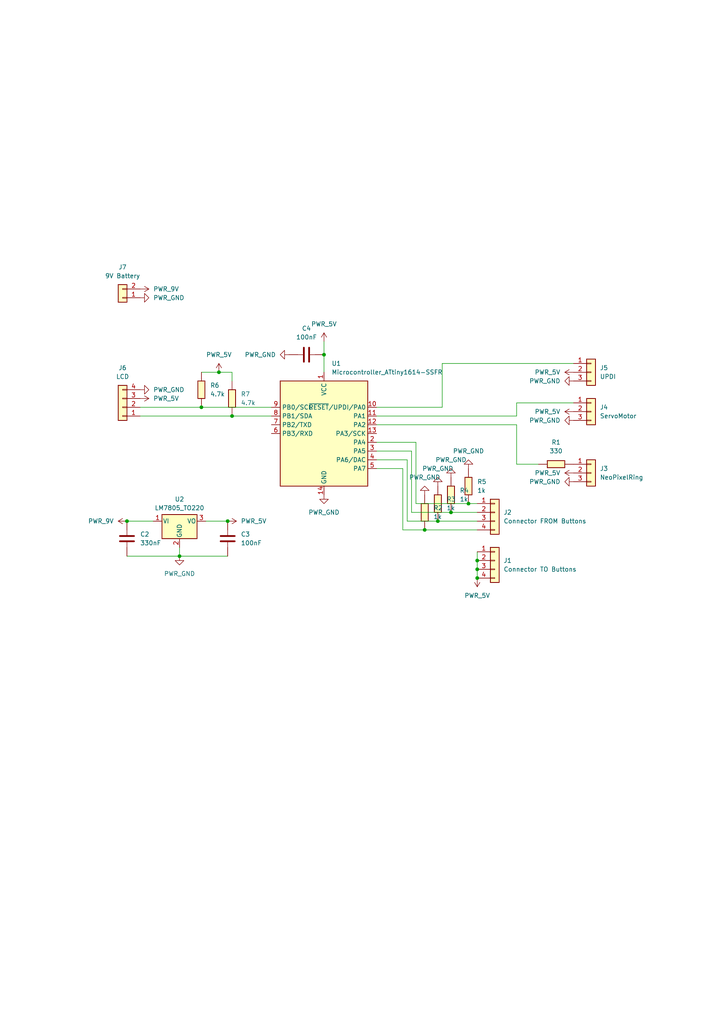
<source format=kicad_sch>
(kicad_sch (version 20230121) (generator eeschema)
  (paper "A4" portrait)
  (title_block (title "Puzzle Box") (date "2024-01-22") (rev "1") (company "Linus Wolf"))
  (lib_symbols
    (symbol "Connector_Generic:Conn_01x02" (pin_names (offset 1.016) hide)
      (property "Reference" "J" (at 0 2.54 0))
      (property "Value" "Conn_01x02" (at 0 -5.08 0))
      (symbol "Conn_01x02_1_1"
        (rectangle (start -1.27 -2.413) (end 0 -2.667) (stroke (width 0.1524)))
        (rectangle (start -1.27 0.127) (end 0 -0.127) (stroke (width 0.1524)))
        (rectangle (start -1.27 1.27) (end 1.27 -3.81) (stroke (width 0.254)) (fill (type background)))
        (pin passive line (at -5.08 0 0) (length 3.81) (name "Pin_1") (number "1"))
        (pin passive line (at -5.08 -2.54 0) (length 3.81) (name "Pin_2") (number "2"))
      )
    )
    (symbol "Connector_Generic:Conn_01x03" (pin_names (offset 1.016) hide)
      (property "Reference" "J" (at 0 5.08 0))
      (property "Value" "Conn_01x03" (at 0 -5.08 0))
      (symbol "Conn_01x03_1_1"
        (rectangle (start -1.27 -2.413) (end 0 -2.667) (stroke (width 0.1524)))
        (rectangle (start -1.27 0.127) (end 0 -0.127) (stroke (width 0.1524)))
        (rectangle (start -1.27 2.667) (end 0 2.413) (stroke (width 0.1524)))
        (rectangle (start -1.27 3.81) (end 1.27 -3.81) (stroke (width 0.254)) (fill (type background)))
        (pin passive line (at -5.08 2.54 0) (length 3.81) (name "Pin_1") (number "1"))
        (pin passive line (at -5.08 0 0) (length 3.81) (name "Pin_2") (number "2"))
        (pin passive line (at -5.08 -2.54 0) (length 3.81) (name "Pin_3") (number "3"))
      )
    )
    (symbol "Connector_Generic:Conn_01x04" (pin_names (offset 1.016) hide)
      (property "Reference" "J" (at 0 5.08 0))
      (property "Value" "Conn_01x04" (at 0 -7.62 0))
      (symbol "Conn_01x04_1_1"
        (rectangle (start -1.27 -4.953) (end 0 -5.207) (stroke (width 0.1524)))
        (rectangle (start -1.27 -2.413) (end 0 -2.667) (stroke (width 0.1524)))
        (rectangle (start -1.27 0.127) (end 0 -0.127) (stroke (width 0.1524)))
        (rectangle (start -1.27 2.667) (end 0 2.413) (stroke (width 0.1524)))
        (rectangle (start -1.27 3.81) (end 1.27 -6.35) (stroke (width 0.254)) (fill (type background)))
        (pin passive line (at -5.08 2.54 0) (length 3.81) (name "Pin_1") (number "1"))
        (pin passive line (at -5.08 0 0) (length 3.81) (name "Pin_2") (number "2"))
        (pin passive line (at -5.08 -2.54 0) (length 3.81) (name "Pin_3") (number "3"))
        (pin passive line (at -5.08 -5.08 0) (length 3.81) (name "Pin_4") (number "4"))
      )
    )
    (symbol "Regulator_Linear:LM7805_TO220" (pin_names (offset 0.254))
      (property "Reference" "U" (at -3.81 3.175 0))
      (property "Value" "LM7805_TO220" (at 0 3.175 0))
      (symbol "LM7805_TO220_0_1"
        (rectangle (start -5.08 1.905) (end 5.08 -5.08) (stroke (width 0.254)) (fill (type background)))
      )
      (symbol "LM7805_TO220_1_1"
        (pin power_in line (at -7.62 0 0) (length 2.54) (name "VI") (number "1"))
        (pin power_in line (at 0 -7.62 90) (length 2.54) (name "GND") (number "2"))
        (pin power_out line (at 7.62 0 180) (length 2.54) (name "VO") (number "3"))
      )
    )
    (symbol "fab:C_1206" (pin_numbers hide)
      (property "Reference" "C" (at 0.635 2.54 0))
      (property "Value" "C_1206" (at 0.635 -2.54 0))
      (symbol "C_1206_0_1"
        (polyline (pts (xy -2.032 -0.762) (xy 2.032 -0.762)) (stroke (width 0.508)))
        (polyline (pts (xy -2.032 0.762) (xy 2.032 0.762)) (stroke (width 0.508)))
        (polyline (pts (xy 0 -0.635) (xy 0 -2.54)))
        (polyline (pts (xy 0 0.635) (xy 0 2.54)))
      )
      (symbol "C_1206_1_1"
        (pin passive line (at 0 5.08 270) (length 2.54) (name "~") (number "1"))
        (pin passive line (at 0 -5.08 90) (length 2.54) (name "~") (number "2"))
      )
    )
    (symbol "fab:Microcontroller_ATtiny1614-SSFR"
      (property "Reference" "U" (at -12.7 17.78 0))
      (property "Value" "Microcontroller_ATtiny1614-SSFR" (at 7.62 17.78 0))
      (symbol "Microcontroller_ATtiny1614-SSFR_0_1"
        (rectangle (start -12.7 -15.24) (end 12.7 15.24) (stroke (width 0.254)) (fill (type background)))
      )
      (symbol "Microcontroller_ATtiny1614-SSFR_1_1"
        (pin power_in line (at 0 17.78 270) (length 2.54) (name "VCC") (number "1"))
        (pin bidirectional line (at 15.24 7.62 180) (length 2.54) (name "~{RESET}/UPDI/PA0") (number "10"))
        (pin bidirectional line (at 15.24 5.08 180) (length 2.54) (name "PA1") (number "11"))
        (pin bidirectional line (at 15.24 2.54 180) (length 2.54) (name "PA2") (number "12"))
        (pin bidirectional line (at 15.24 0 180) (length 2.54) (name "PA3/SCK") (number "13"))
        (pin power_in line (at 0 -17.78 90) (length 2.54) (name "GND") (number "14"))
        (pin bidirectional line (at 15.24 -2.54 180) (length 2.54) (name "PA4") (number "2"))
        (pin bidirectional line (at 15.24 -5.08 180) (length 2.54) (name "PA5") (number "3"))
        (pin bidirectional line (at 15.24 -7.62 180) (length 2.54) (name "PA6/DAC") (number "4"))
        (pin bidirectional line (at 15.24 -10.16 180) (length 2.54) (name "PA7") (number "5"))
        (pin bidirectional line (at -15.24 0 0) (length 2.54) (name "PB3/RXD") (number "6"))
        (pin bidirectional line (at -15.24 2.54 0) (length 2.54) (name "PB2/TXD") (number "7"))
        (pin bidirectional line (at -15.24 5.08 0) (length 2.54) (name "PB1/SDA") (number "8"))
        (pin bidirectional line (at -15.24 7.62 0) (length 2.54) (name "PB0/SCL") (number "9"))
      )
    )
    (symbol "fab:PWR_5V" (power) (pin_names (offset 0))
      (property "Value" "PWR_5V" (at 0 3.556 0))
      (symbol "PWR_5V_0_1"
        (polyline (pts (xy -0.762 1.27) (xy 0 2.54)))
        (polyline (pts (xy 0 0) (xy 0 2.54)))
        (polyline (pts (xy 0 2.54) (xy 0.762 1.27)))
      )
      (symbol "PWR_5V_1_1"
        (pin power_in line (at 0 0 90) (length 0) hide (name "PWR_5V") (number "1"))
      )
    )
    (symbol "fab:PWR_9V" (power) (pin_names (offset 0))
      (property "Value" "PWR_9V" (at 0 3.556 0))
      (symbol "PWR_9V_0_1"
        (polyline (pts (xy -0.762 1.27) (xy 0 2.54)))
        (polyline (pts (xy 0 0) (xy 0 2.54)))
        (polyline (pts (xy 0 2.54) (xy 0.762 1.27)))
      )
      (symbol "PWR_9V_1_1"
        (pin power_in line (at 0 0 90) (length 0) hide (name "PWR_9V") (number "1"))
      )
    )
    (symbol "fab:PWR_GND" (power) (pin_names (offset 0))
      (property "Value" "PWR_GND" (at 0 -3.81 0))
      (symbol "PWR_GND_0_1"
        (polyline (pts (xy 0 0) (xy 0 -1.27) (xy 1.27 -1.27) (xy 0 -2.54) (xy -1.27 -1.27) (xy 0 -1.27)))
      )
      (symbol "PWR_GND_1_1"
        (pin power_in line (at 0 0 270) (length 0) hide (name "PWR_GND") (number "1"))
      )
    )
    (symbol "fab:R_1206" (pin_numbers hide) (pin_names (offset 0))
      (property "Reference" "R" (at 2.54 0 90))
      (property "Value" "R_1206" (at -2.54 0 90))
      (symbol "R_1206_0_1"
        (rectangle (start -1.016 -2.54) (end 1.016 2.54) (stroke (width 0.254)) (fill (type background)))
      )
      (symbol "R_1206_1_1"
        (pin passive line (at 0 5.08 270) (length 2.54) (name "~") (number "1"))
        (pin passive line (at 0 -5.08 90) (length 2.54) (name "~") (number "2"))
      )
    )
  )
  (junction (at 93.98 102.87))
  (junction (at 138.43 167.64))
  (junction (at 130.81 148.59))
  (junction (at 36.83 151.13))
  (junction (at 63.5 107.95))
  (junction (at 66.04 151.13))
  (junction (at 58.42 118.11))
  (junction (at 123.19 153.67))
  (junction (at 135.89 146.05))
  (junction (at 138.43 165.1))
  (junction (at 127 151.13))
  (junction (at 138.43 162.56))
  (junction (at 67.31 120.65))
  (junction (at 52.07 161.29))
  (wire (pts (xy 128.27 105.41) (xy 128.27 118.11)))
  (wire (pts (xy 127 151.13) (xy 118.11 151.13)))
  (wire (pts (xy 36.83 151.13) (xy 44.45 151.13)))
  (wire (pts (xy 52.07 161.29) (xy 66.04 161.29)))
  (wire (pts (xy 130.81 148.59) (xy 119.38 148.59)))
  (wire (pts (xy 52.07 158.75) (xy 52.07 161.29)))
  (wire (pts (xy 138.43 165.1) (xy 138.43 167.64)))
  (wire (pts (xy 120.65 146.05) (xy 120.65 128.27)))
  (wire (pts (xy 118.11 133.35) (xy 109.22 133.35)))
  (wire (pts (xy 63.5 107.95) (xy 67.31 107.95)))
  (wire (pts (xy 58.42 107.95) (xy 63.5 107.95)))
  (wire (pts (xy 93.98 102.87) (xy 93.98 107.95)))
  (wire (pts (xy 149.86 134.62) (xy 156.21 134.62)))
  (wire (pts (xy 138.43 160.02) (xy 138.43 162.56)))
  (wire (pts (xy 135.89 146.05) (xy 120.65 146.05)))
  (wire (pts (xy 120.65 128.27) (xy 109.22 128.27)))
  (wire (pts (xy 109.22 123.19) (xy 149.86 123.19)))
  (wire (pts (xy 138.43 148.59) (xy 130.81 148.59)))
  (wire (pts (xy 67.31 120.65) (xy 78.74 120.65)))
  (wire (pts (xy 149.86 120.65) (xy 149.86 116.84)))
  (wire (pts (xy 128.27 118.11) (xy 109.22 118.11)))
  (wire (pts (xy 59.69 151.13) (xy 66.04 151.13)))
  (wire (pts (xy 118.11 151.13) (xy 118.11 133.35)))
  (wire (pts (xy 128.27 105.41) (xy 166.37 105.41)))
  (wire (pts (xy 149.86 116.84) (xy 166.37 116.84)))
  (wire (pts (xy 40.64 118.11) (xy 58.42 118.11)))
  (wire (pts (xy 52.07 161.29) (xy 36.83 161.29)))
  (wire (pts (xy 93.98 99.06) (xy 93.98 102.87)))
  (wire (pts (xy 67.31 107.95) (xy 67.31 110.49)))
  (wire (pts (xy 138.43 153.67) (xy 123.19 153.67)))
  (wire (pts (xy 116.84 153.67) (xy 116.84 135.89)))
  (wire (pts (xy 149.86 123.19) (xy 149.86 134.62)))
  (wire (pts (xy 138.43 146.05) (xy 135.89 146.05)))
  (wire (pts (xy 116.84 135.89) (xy 109.22 135.89)))
  (wire (pts (xy 119.38 148.59) (xy 119.38 130.81)))
  (wire (pts (xy 40.64 120.65) (xy 67.31 120.65)))
  (wire (pts (xy 138.43 162.56) (xy 138.43 165.1)))
  (wire (pts (xy 119.38 130.81) (xy 109.22 130.81)))
  (wire (pts (xy 109.22 120.65) (xy 149.86 120.65)))
  (wire (pts (xy 123.19 153.67) (xy 116.84 153.67)))
  (wire (pts (xy 58.42 118.11) (xy 78.74 118.11)))
  (wire (pts (xy 138.43 151.13) (xy 127 151.13)))
  (symbol (lib_id "fab:R_1206") (at 130.81 143.51 0) (unit 1)
    (property "Reference" "R4" (at 133.35 142.24 0) (effects (justify left)))
    (property "Value" "1k" (at 133.35 144.78 0) (effects (justify left)))
    (property "Footprint" "fab:R_1206" (effects hide))
  )
  (symbol (lib_id "fab:C_1206") (at 88.9 102.87 90) (unit 1)
    (property "Reference" "C4" (at 88.9 95.25 90))
    (property "Value" "100nF" (at 88.9 97.79 90))
    (property "Footprint" "fab:C_1206" (effects hide))
    (property "Datasheet" "https://www.yageo.com/upload/media/product/productsearch/datasheet/mlcc/UPY-GP_NP0_16V-to-50V_18.pdf" (effects hide))
  )
  (symbol (lib_id "fab:PWR_GND") (at 130.81 138.43 180) (unit 1)
    (property "Reference" "#PWR011" (effects hide))
    (property "Value" "PWR_GND" (at 130.81 133.35 0))
  )
  (symbol (lib_id "Connector_Generic:Conn_01x03") (at 171.45 107.95 0) (unit 1)
    (property "Reference" "J5" (at 173.99 106.68 0) (effects (justify left)))
    (property "Value" "UPDI" (at 173.99 109.22 0) (effects (justify left)))
    (property "Footprint" "Connector_JST:JST_XH_B3B-XH-A_1x03_P2.50mm_Vertical" (effects hide))
  )
  (symbol (lib_id "fab:R_1206") (at 161.29 134.62 90) (unit 1)
    (property "Reference" "R1" (at 161.29 128.27 90))
    (property "Value" "330" (at 161.29 130.81 90))
    (property "Footprint" "fab:R_1206" (effects hide))
  )
  (symbol (lib_id "fab:PWR_GND") (at 123.19 143.51 180) (unit 1)
    (property "Reference" "#PWR09" (effects hide))
    (property "Value" "PWR_GND" (at 123.19 138.43 0))
  )
  (symbol (lib_id "Regulator_Linear:LM7805_TO220") (at 52.07 151.13 0) (unit 1)
    (property "Reference" "U2" (at 52.07 144.78 0))
    (property "Value" "LM7805_TO220" (at 52.07 147.32 0))
    (property "Footprint" "Package_TO_SOT_THT:TO-220-3_Vertical" (effects hide))
    (property "Datasheet" "https://www.onsemi.cn/PowerSolutions/document/MC7800-D.PDF" (effects hide))
  )
  (symbol (lib_id "fab:PWR_GND") (at 135.89 135.89 180) (unit 1)
    (property "Reference" "#PWR012" (effects hide))
    (property "Value" "PWR_GND" (at 135.89 130.81 0))
  )
  (symbol (lib_id "Connector_Generic:Conn_01x04") (at 35.56 118.11 180) (unit 1)
    (property "Reference" "J6" (at 35.56 106.68 0))
    (property "Value" "LCD" (at 35.56 109.22 0))
    (property "Footprint" "Connector_JST:JST_XH_B4B-XH-A_1x04_P2.50mm_Vertical" (effects hide))
  )
  (symbol (lib_id "fab:R_1206") (at 127 146.05 0) (unit 1)
    (property "Reference" "R3" (at 129.54 144.78 0) (effects (justify left)))
    (property "Value" "1k" (at 129.54 147.32 0) (effects (justify left)))
    (property "Footprint" "fab:R_1206" (effects hide))
  )
  (symbol (lib_id "Connector_Generic:Conn_01x03") (at 171.45 137.16 0) (unit 1)
    (property "Reference" "J3" (at 173.99 135.89 0) (effects (justify left)))
    (property "Value" "NeoPixelRing" (at 173.99 138.43 0) (effects (justify left)))
    (property "Footprint" "Connector_JST:JST_XH_B3B-XH-A_1x03_P2.50mm_Vertical" (effects hide))
  )
  (symbol (lib_id "fab:PWR_GND") (at 166.37 121.92 270) (unit 1)
    (property "Reference" "#PWR014" (effects hide))
    (property "Value" "PWR_GND" (at 162.56 121.92 90) (effects (justify right)))
  )
  (symbol (lib_id "fab:R_1206") (at 58.42 113.03 0) (unit 1)
    (property "Reference" "R6" (at 60.96 111.76 0) (effects (justify left)))
    (property "Value" "4.7k" (at 60.96 114.3 0) (effects (justify left)))
    (property "Footprint" "fab:R_1206" (effects hide))
  )
  (symbol (lib_id "Connector_Generic:Conn_01x04") (at 143.51 162.56 0) (unit 1)
    (property "Reference" "J1" (at 146.05 162.56 0) (effects (justify left)))
    (property "Value" "Connector TO Buttons" (at 146.05 165.1 0) (effects (justify left)))
    (property "Footprint" "Connector_JST:JST_XH_B4B-XH-A_1x04_P2.50mm_Vertical" (effects hide))
  )
  (symbol (lib_id "fab:PWR_GND") (at 93.98 143.51 0) (unit 1)
    (property "Reference" "#PWR07" (effects hide))
    (property "Value" "PWR_GND" (at 93.98 148.59 0))
  )
  (symbol (lib_id "fab:R_1206") (at 67.31 115.57 0) (unit 1)
    (property "Reference" "R7" (at 69.85 114.3 0) (effects (justify left)))
    (property "Value" "4.7k" (at 69.85 116.84 0) (effects (justify left)))
    (property "Footprint" "fab:R_1206" (effects hide))
  )
  (symbol (lib_id "fab:PWR_5V") (at 93.98 99.06 0) (unit 1)
    (property "Reference" "#PWR08" (effects hide))
    (property "Value" "PWR_5V" (at 93.98 93.98 0))
  )
  (symbol (lib_id "fab:PWR_5V") (at 63.5 107.95 0) (unit 1)
    (property "Reference" "#PWR018" (effects hide))
    (property "Value" "PWR_5V" (at 63.5 102.87 0))
  )
  (symbol (lib_id "Connector_Generic:Conn_01x04") (at 143.51 148.59 0) (unit 1)
    (property "Reference" "J2" (at 146.05 148.59 0) (effects (justify left)))
    (property "Value" "Connector FROM Buttons" (at 146.05 151.13 0) (effects (justify left)))
    (property "Footprint" "Connector_JST:JST_XH_B4B-XH-A_1x04_P2.50mm_Vertical" (effects hide))
  )
  (symbol (lib_id "Connector_Generic:Conn_01x03") (at 171.45 119.38 0) (unit 1)
    (property "Reference" "J4" (at 173.99 118.11 0) (effects (justify left)))
    (property "Value" "ServoMotor" (at 173.99 120.65 0) (effects (justify left)))
    (property "Footprint" "Connector_JST:JST_XH_B3B-XH-A_1x03_P2.50mm_Vertical" (effects hide))
  )
  (symbol (lib_id "fab:R_1206") (at 135.89 140.97 0) (unit 1)
    (property "Reference" "R5" (at 138.43 139.7 0) (effects (justify left)))
    (property "Value" "1k" (at 138.43 142.24 0) (effects (justify left)))
    (property "Footprint" "fab:R_1206" (effects hide))
  )
  (symbol (lib_id "fab:PWR_GND") (at 40.64 113.03 90) (unit 1)
    (property "Reference" "#PWR06" (effects hide))
    (property "Value" "PWR_GND" (at 44.45 113.03 90) (effects (justify right)))
  )
  (symbol (lib_id "fab:C_1206") (at 66.04 156.21 0) (unit 1)
    (property "Reference" "C3" (at 69.84 154.94 0) (effects (justify left)))
    (property "Value" "100nF" (at 69.84 157.48 0) (effects (justify left)))
    (property "Footprint" "fab:C_1206" (effects hide))
    (property "Datasheet" "https://www.yageo.com/upload/media/product/productsearch/datasheet/mlcc/UPY-GP_NP0_16V-to-50V_18.pdf" (effects hide))
  )
  (symbol (lib_id "fab:PWR_GND") (at 83.82 102.87 270) (unit 1)
    (property "Reference" "#PWR01" (effects hide))
    (property "Value" "PWR_GND" (at 80.01 102.87 90) (effects (justify right)))
  )
  (symbol (lib_id "fab:R_1206") (at 123.19 148.59 0) (unit 1)
    (property "Reference" "R2" (at 125.73 147.32 0) (effects (justify left)))
    (property "Value" "1k" (at 125.73 149.86 0) (effects (justify left)))
    (property "Footprint" "fab:R_1206" (effects hide))
  )
  (symbol (lib_id "fab:PWR_5V") (at 166.37 137.16 90) (unit 1)
    (property "Reference" "#PWR020" (effects hide))
    (property "Value" "PWR_5V" (at 162.56 137.16 90) (effects (justify left)))
  )
  (symbol (lib_id "fab:PWR_GND") (at 166.37 110.49 270) (unit 1)
    (property "Reference" "#PWR019" (effects hide))
    (property "Value" "PWR_GND" (at 162.56 110.49 90) (effects (justify right)))
  )
  (symbol (lib_id "fab:PWR_GND") (at 52.07 161.29 0) (unit 1)
    (property "Reference" "#PWR04" (effects hide))
    (property "Value" "PWR_GND" (at 52.07 166.37 0))
  )
  (symbol (lib_id "fab:PWR_5V") (at 66.04 151.13 270) (unit 1)
    (property "Reference" "#PWR03" (effects hide))
    (property "Value" "PWR_5V" (at 69.85 151.13 90) (effects (justify left)))
  )
  (symbol (lib_id "Connector_Generic:Conn_01x02") (at 35.56 86.36 180) (unit 1)
    (property "Reference" "J7" (at 35.56 77.47 0))
    (property "Value" "9V Battery" (at 35.56 80.01 0))
    (property "Footprint" "Connector_JST:JST_XH_B2B-XH-A_1x02_P2.50mm_Vertical" (effects hide))
  )
  (symbol (lib_id "fab:PWR_GND") (at 127 140.97 180) (unit 1)
    (property "Reference" "#PWR010" (effects hide))
    (property "Value" "PWR_GND" (at 127 135.89 0))
  )
  (symbol (lib_id "fab:PWR_5V") (at 166.37 119.38 90) (unit 1)
    (property "Reference" "#PWR021" (effects hide))
    (property "Value" "PWR_5V" (at 162.56 119.38 90) (effects (justify left)))
  )
  (symbol (lib_id "fab:PWR_5V") (at 166.37 107.95 90) (unit 1)
    (property "Reference" "#PWR022" (effects hide))
    (property "Value" "PWR_5V" (at 162.56 107.95 90) (effects (justify left)))
  )
  (symbol (lib_id "fab:PWR_5V") (at 40.64 115.57 270) (unit 1)
    (property "Reference" "#PWR05" (effects hide))
    (property "Value" "PWR_5V" (at 44.45 115.57 90) (effects (justify left)))
  )
  (symbol (lib_id "fab:PWR_GND") (at 40.64 86.36 90) (unit 1)
    (property "Reference" "#PWR016" (effects hide))
    (property "Value" "PWR_GND" (at 44.45 86.36 90) (effects (justify right)))
  )
  (symbol (lib_id "fab:Microcontroller_ATtiny1614-SSFR") (at 93.98 125.73 0) (unit 1)
    (property "Reference" "U1" (at 96.1741 105.41 0) (effects (justify left)))
    (property "Value" "Microcontroller_ATtiny1614-SSFR" (at 96.1741 107.95 0) (effects (justify left)))
    (property "Footprint" "fab:SOIC-14_3.9x8.7mm_P1.27mm" (effects hide))
    (property "Datasheet" "http://ww1.microchip.com/downloads/en/DeviceDoc/ATtiny1614-16-17-DataSheet-DS40002204A.pdf" (effects hide))
  )
  (symbol (lib_id "fab:PWR_5V") (at 138.43 167.64 180) (unit 1)
    (property "Reference" "#PWR017" (effects hide))
    (property "Value" "PWR_5V" (at 138.43 172.72 0))
  )
  (symbol (lib_id "fab:PWR_9V") (at 36.83 151.13 90) (unit 1)
    (property "Reference" "#PWR02" (effects hide))
    (property "Value" "PWR_9V" (at 33.02 151.13 90) (effects (justify left)))
  )
  (symbol (lib_id "fab:PWR_9V") (at 40.64 83.82 270) (unit 1)
    (property "Reference" "#PWR015" (effects hide))
    (property "Value" "PWR_9V" (at 44.45 83.82 90) (effects (justify left)))
  )
  (symbol (lib_id "fab:PWR_GND") (at 166.37 139.7 270) (unit 1)
    (property "Reference" "#PWR013" (effects hide))
    (property "Value" "PWR_GND" (at 162.56 139.7 90) (effects (justify right)))
  )
  (symbol (lib_id "fab:C_1206") (at 36.83 156.21 0) (unit 1)
    (property "Reference" "C2" (at 40.64 154.94 0) (effects (justify left)))
    (property "Value" "330nF" (at 40.64 157.48 0) (effects (justify left)))
    (property "Footprint" "fab:C_1206" (effects hide))
    (property "Datasheet" "https://www.yageo.com/upload/media/product/productsearch/datasheet/mlcc/UPY-GP_NP0_16V-to-50V_18.pdf" (effects hide))
  )
)
</source>
